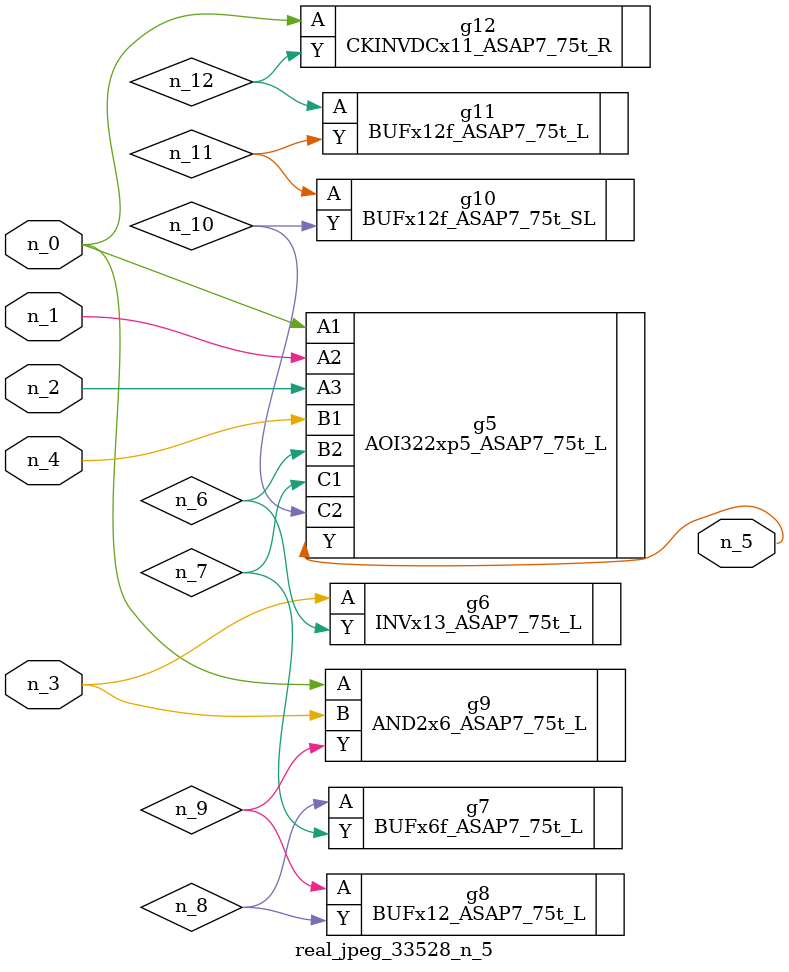
<source format=v>
module real_jpeg_33528_n_5 (n_4, n_0, n_1, n_2, n_3, n_5);

input n_4;
input n_0;
input n_1;
input n_2;
input n_3;

output n_5;

wire n_12;
wire n_8;
wire n_11;
wire n_6;
wire n_7;
wire n_10;
wire n_9;

AOI322xp5_ASAP7_75t_L g5 ( 
.A1(n_0),
.A2(n_1),
.A3(n_2),
.B1(n_4),
.B2(n_6),
.C1(n_7),
.C2(n_10),
.Y(n_5)
);

AND2x6_ASAP7_75t_L g9 ( 
.A(n_0),
.B(n_3),
.Y(n_9)
);

CKINVDCx11_ASAP7_75t_R g12 ( 
.A(n_0),
.Y(n_12)
);

INVx13_ASAP7_75t_L g6 ( 
.A(n_3),
.Y(n_6)
);

BUFx6f_ASAP7_75t_L g7 ( 
.A(n_8),
.Y(n_7)
);

BUFx12_ASAP7_75t_L g8 ( 
.A(n_9),
.Y(n_8)
);

BUFx12f_ASAP7_75t_SL g10 ( 
.A(n_11),
.Y(n_10)
);

BUFx12f_ASAP7_75t_L g11 ( 
.A(n_12),
.Y(n_11)
);


endmodule
</source>
